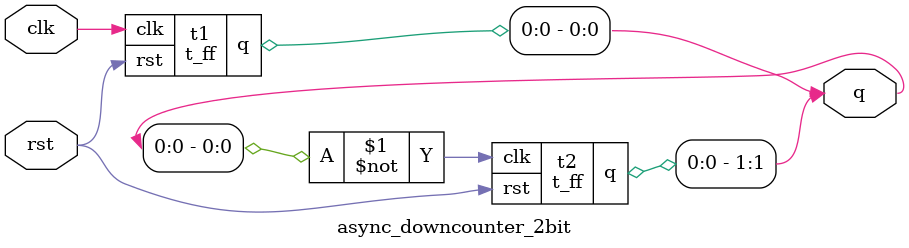
<source format=v>
module t_ff(input clk,rst,output reg q);


always @ (negedge clk or posedge rst)
begin
	if (rst)
		q<=0;
	else
		q<=~q;
end

endmodule


module async_downcounter_2bit (input clk,rst,output  [1:0]q);

t_ff t1 (clk,rst,q[0]);
t_ff t2 (~q[0],rst,q[1]);



endmodule




</source>
